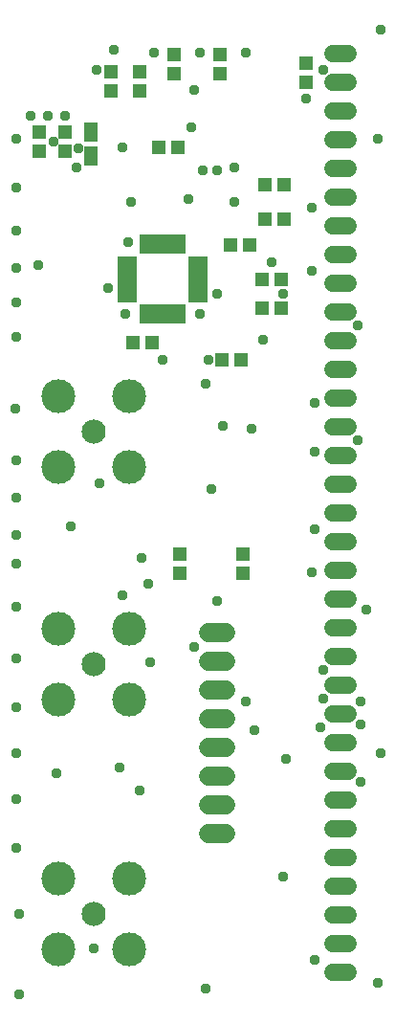
<source format=gbr>
G04 EAGLE Gerber RS-274X export*
G75*
%MOMM*%
%FSLAX34Y34*%
%LPD*%
%INSoldermask Bottom*%
%IPPOS*%
%AMOC8*
5,1,8,0,0,1.08239X$1,22.5*%
G01*
%ADD10R,1.203200X1.303200*%
%ADD11R,1.303200X1.203200*%
%ADD12R,0.503200X1.803200*%
%ADD13R,1.803200X0.503200*%
%ADD14R,1.203200X1.703200*%
%ADD15C,1.511200*%
%ADD16C,3.003200*%
%ADD17C,2.133600*%
%ADD18C,1.727200*%
%ADD19C,0.959600*%


D10*
X274320Y841620D03*
X274320Y824620D03*
X198120Y832240D03*
X198120Y849240D03*
D11*
X138040Y594360D03*
X121040Y594360D03*
D10*
X157480Y832240D03*
X157480Y849240D03*
D12*
X129820Y681240D03*
X134820Y681240D03*
X139820Y681240D03*
X144820Y681240D03*
X149820Y681240D03*
X154820Y681240D03*
X159820Y681240D03*
X164820Y681240D03*
D13*
X178320Y667740D03*
X178320Y662740D03*
X178320Y657740D03*
X178320Y652740D03*
X178320Y647740D03*
X178320Y642740D03*
X178320Y637740D03*
X178320Y632740D03*
D12*
X164820Y619240D03*
X159820Y619240D03*
X154820Y619240D03*
X149820Y619240D03*
X144820Y619240D03*
X139820Y619240D03*
X134820Y619240D03*
X129820Y619240D03*
D13*
X116320Y632740D03*
X116320Y637740D03*
X116320Y642740D03*
X116320Y647740D03*
X116320Y652740D03*
X116320Y657740D03*
X116320Y662740D03*
X116320Y667740D03*
D11*
X127000Y817000D03*
X127000Y834000D03*
D14*
X83820Y759095D03*
X83820Y780145D03*
D10*
X237880Y734060D03*
X254880Y734060D03*
D11*
X162560Y407280D03*
X162560Y390280D03*
D10*
X237880Y703580D03*
X254880Y703580D03*
X207400Y680720D03*
X224400Y680720D03*
X235340Y624840D03*
X252340Y624840D03*
X235340Y650240D03*
X252340Y650240D03*
D11*
X218440Y407280D03*
X218440Y390280D03*
D10*
X216780Y579120D03*
X199780Y579120D03*
D15*
X298260Y849630D02*
X311340Y849630D01*
X311340Y824230D02*
X298260Y824230D01*
X298260Y798830D02*
X311340Y798830D01*
X311340Y773430D02*
X298260Y773430D01*
X298260Y748030D02*
X311340Y748030D01*
X311340Y722630D02*
X298260Y722630D01*
X298260Y697230D02*
X311340Y697230D01*
X311340Y671830D02*
X298260Y671830D01*
X298260Y646430D02*
X311340Y646430D01*
X311340Y621030D02*
X298260Y621030D01*
X298260Y595630D02*
X311340Y595630D01*
X311340Y570230D02*
X298260Y570230D01*
X298260Y544830D02*
X311340Y544830D01*
X311340Y519430D02*
X298260Y519430D01*
X298260Y494030D02*
X311340Y494030D01*
X311340Y468630D02*
X298260Y468630D01*
X298260Y443230D02*
X311340Y443230D01*
X311340Y417830D02*
X298260Y417830D01*
X298260Y392430D02*
X311340Y392430D01*
X311340Y367030D02*
X298260Y367030D01*
X298260Y341630D02*
X311340Y341630D01*
X311340Y316230D02*
X298260Y316230D01*
X298260Y290830D02*
X311340Y290830D01*
X311340Y265430D02*
X298260Y265430D01*
X298260Y240030D02*
X311340Y240030D01*
X311340Y214630D02*
X298260Y214630D01*
X298260Y189230D02*
X311340Y189230D01*
X311340Y163830D02*
X298260Y163830D01*
X298260Y138430D02*
X311340Y138430D01*
X311340Y113030D02*
X298260Y113030D01*
X298260Y87630D02*
X311340Y87630D01*
X311340Y62230D02*
X298260Y62230D01*
X298260Y36830D02*
X311340Y36830D01*
D16*
X55060Y120200D03*
X117660Y120200D03*
X55060Y57600D03*
X117660Y57600D03*
D17*
X86360Y88900D03*
D16*
X55060Y341180D03*
X117660Y341180D03*
X55060Y278580D03*
X117660Y278580D03*
D17*
X86360Y309880D03*
D16*
X55060Y546920D03*
X117660Y546920D03*
X55060Y484320D03*
X117660Y484320D03*
D17*
X86360Y515620D03*
D10*
X60960Y780660D03*
X60960Y763660D03*
X38100Y780660D03*
X38100Y763660D03*
X101600Y817000D03*
X101600Y834000D03*
D11*
X160900Y767080D03*
X143900Y767080D03*
D18*
X187960Y337820D02*
X203200Y337820D01*
X203200Y312420D02*
X187960Y312420D01*
X187960Y287020D02*
X203200Y287020D01*
X203200Y261620D02*
X187960Y261620D01*
X187960Y236220D02*
X203200Y236220D01*
X203200Y210820D02*
X187960Y210820D01*
X187960Y185420D02*
X203200Y185420D01*
X203200Y160020D02*
X187960Y160020D01*
D19*
X195580Y637740D03*
X195580Y746760D03*
X236220Y596900D03*
X243840Y665480D03*
X147320Y579120D03*
X289560Y835660D03*
X71120Y749300D03*
X86360Y58420D03*
X281940Y48260D03*
X180340Y619760D03*
X114300Y619760D03*
X279400Y657860D03*
X279400Y713740D03*
X17780Y774700D03*
X91440Y469900D03*
X111760Y370840D03*
X195580Y365760D03*
X17780Y731520D03*
X17780Y693420D03*
X17780Y660400D03*
X17780Y629920D03*
X17780Y599440D03*
X16510Y535940D03*
X190500Y464820D03*
X17780Y490220D03*
X17780Y457200D03*
X17780Y424180D03*
X17780Y398780D03*
X66040Y431800D03*
X17780Y360680D03*
X134620Y381000D03*
X17780Y314960D03*
X17780Y271780D03*
X17780Y231140D03*
X17780Y190500D03*
X17780Y147320D03*
X53340Y213360D03*
X109220Y218016D03*
X20320Y88900D03*
X20320Y17780D03*
X185420Y22860D03*
X337820Y27940D03*
X340360Y231140D03*
X256540Y226060D03*
X228600Y251460D03*
X220980Y276860D03*
X135890Y311150D03*
X175260Y325120D03*
X281940Y429260D03*
X279400Y391160D03*
X281940Y497840D03*
X281940Y541020D03*
X185100Y558154D03*
X200660Y520700D03*
X116840Y683260D03*
X182880Y746760D03*
X210820Y749300D03*
X210820Y718820D03*
X170180Y721360D03*
X180340Y850900D03*
X139700Y850900D03*
X175260Y817880D03*
X220980Y850900D03*
X274320Y810260D03*
X340360Y871220D03*
X337820Y774700D03*
X104140Y853440D03*
X88900Y835660D03*
X99060Y642620D03*
X226060Y518160D03*
X327660Y358140D03*
X322580Y276860D03*
X287020Y254000D03*
X289560Y279400D03*
X289560Y304800D03*
X322580Y256540D03*
X254000Y637540D03*
X111760Y767080D03*
X119380Y718820D03*
X172720Y784860D03*
X50800Y772160D03*
X72390Y765810D03*
X320040Y609600D03*
X320040Y508000D03*
X322580Y205740D03*
X254000Y121920D03*
X36830Y662940D03*
X187960Y579120D03*
X128270Y403860D03*
X127000Y198120D03*
X60960Y795020D03*
X30480Y795020D03*
X45720Y795020D03*
M02*

</source>
